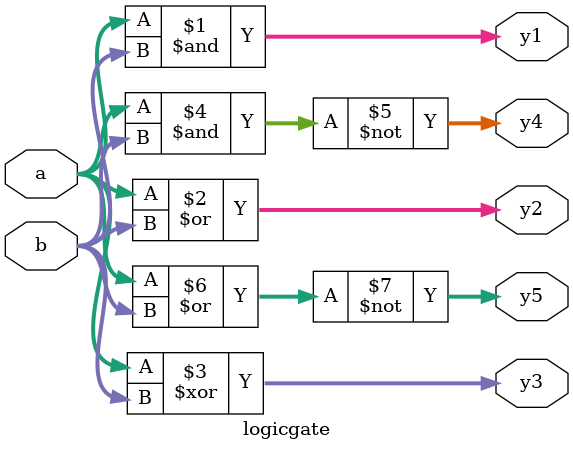
<source format=v>
module logicgate(input [3:0] a, b,
                 output [3:0] y1, y2, y3, y4, y5);
    assign y1 = a & b;
    assign y2 = a | b;
    assign y3 = a ^ b;    
    assign y4 = ~(a & b); 
    assign y5 = ~(a | b);
    
      endmodule                     


</source>
